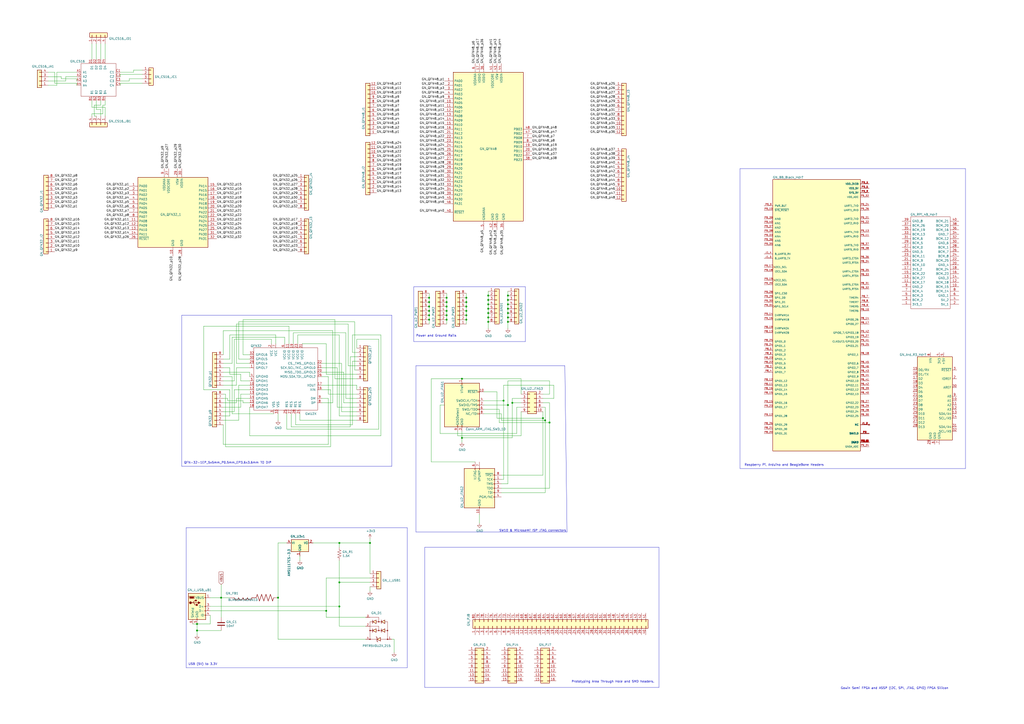
<source format=kicad_sch>
(kicad_sch (version 20230121) (generator eeschema)
  (paper "A2")
  (junction (at 294.64 176.53))
  (junction (at 259.08 185.42))
  (junction (at 248.92 185.42))
  (junction (at 128.27 346.71))
  (junction (at 270.51 172.72))
  (junction (at 189.23 354.33))
  (junction (at 248.92 172.72))
  (junction (at 248.92 175.26))
  (junction (at 294.64 186.69))
  (junction (at 248.92 182.88))
  (junction (at 283.21 173.99))
  (junction (at 316.23 243.84))
  (junction (at 292.1 232.41))
  (junction (at 259.08 180.34))
  (junction (at 270.51 185.42))
  (junction (at 214.63 314.96))
  (junction (at 259.08 177.8))
  (junction (at 161.29 346.71))
  (junction (at 114.3 365.76))
  (junction (at 270.51 175.26))
  (junction (at 196.85 351.79))
  (junction (at 314.96 242.57))
  (junction (at 270.51 180.34))
  (junction (at 294.64 171.45))
  (junction (at 283.21 171.45))
  (junction (at 259.08 175.26))
  (junction (at 283.21 181.61))
  (junction (at 267.97 219.71))
  (junction (at 318.77 245.11))
  (junction (at 259.08 182.88))
  (junction (at 248.92 180.34))
  (junction (at 297.18 233.68))
  (junction (at 114.3 361.95))
  (junction (at 270.51 177.8))
  (junction (at 248.92 177.8))
  (junction (at 294.64 173.99))
  (junction (at 294.64 181.61))
  (junction (at 283.21 179.07))
  (junction (at 283.21 184.15))
  (junction (at 283.21 186.69))
  (junction (at 196.85 314.96))
  (junction (at 294.64 179.07))
  (junction (at 270.51 182.88))
  (junction (at 294.64 234.95))
  (junction (at 196.85 337.82))
  (junction (at 267.97 254))
  (junction (at 283.21 176.53))
  (junction (at 259.08 172.72))
  (junction (at 294.64 184.15))
  (wire (pts (xy 270.51 182.88) (xy 270.51 185.42)))
  (wire (pts (xy 137.16 187.96) (xy 137.16 210.82)))
  (wire (pts (xy 219.71 196.85) (xy 207.01 196.85)))
  (wire (pts (xy 118.11 189.23) (xy 118.11 226.06)))
  (wire (pts (xy 175.26 199.39) (xy 189.23 199.39)))
  (polyline (pts (xy 236.22 387.35) (xy 236.22 306.07)))
  (wire (pts (xy 204.47 204.47) (xy 204.47 194.31)))
  (wire (pts (xy 294.64 171.45) (xy 294.64 173.99)))
  (wire (pts (xy 259.08 172.72) (xy 259.08 175.26)))
  (wire (pts (xy 283.21 181.61) (xy 283.21 184.15)))
  (wire (pts (xy 294.64 184.15) (xy 294.64 186.69)))
  (wire (pts (xy 290.83 240.03) (xy 290.83 243.84)))
  (wire (pts (xy 219.71 248.92) (xy 219.71 196.85)))
  (polyline (pts (xy 382.27 317.5) (xy 382.27 398.78)))
  (wire (pts (xy 129.54 257.81) (xy 129.54 246.38)))
  (wire (pts (xy 38.1 46.99) (xy 38.1 44.45)))
  (wire (pts (xy 172.72 194.31) (xy 196.85 194.31)))
  (wire (pts (xy 186.69 215.9) (xy 199.39 215.9)))
  (wire (pts (xy 248.92 172.72) (xy 248.92 175.26)))
  (polyline (pts (xy 240.03 166.37) (xy 304.8 166.37)))
  (wire (pts (xy 133.35 208.28) (xy 129.54 208.28)))
  (wire (pts (xy 128.27 346.71) (xy 128.27 358.14)))
  (wire (pts (xy 191.77 259.08) (xy 130.81 259.08)))
  (wire (pts (xy 27.94 46.99) (xy 38.1 46.99)))
  (polyline (pts (xy 241.3 212.09) (xy 327.66 212.09)))
  (wire (pts (xy 44.45 45.72) (xy 44.45 46.99)))
  (wire (pts (xy 132.08 232.41) (xy 132.08 231.14)))
  (wire (pts (xy 135.89 220.98) (xy 129.54 220.98)))
  (wire (pts (xy 204.47 246.38) (xy 204.47 209.55)))
  (wire (pts (xy 170.18 193.04) (xy 200.66 193.04)))
  (wire (pts (xy 205.74 214.63) (xy 207.01 214.63)))
  (wire (pts (xy 77.47 40.64) (xy 82.55 40.64)))
  (polyline (pts (xy 227.33 270.51) (xy 105.41 270.51)))
  (wire (pts (xy 193.04 191.77) (xy 193.04 233.68)))
  (wire (pts (xy 54.61 60.96) (xy 54.61 67.31)))
  (wire (pts (xy 214.63 337.82) (xy 196.85 337.82)))
  (wire (pts (xy 130.81 259.08) (xy 130.81 228.6)))
  (wire (pts (xy 204.47 209.55) (xy 207.01 209.55)))
  (wire (pts (xy 189.23 335.28) (xy 214.63 335.28)))
  (wire (pts (xy 280.67 227.33) (xy 288.29 227.33)))
  (wire (pts (xy 270.51 172.72) (xy 270.51 175.26)))
  (wire (pts (xy 121.92 351.79) (xy 196.85 351.79)))
  (polyline (pts (xy 304.8 198.12) (xy 240.03 198.12)))
  (wire (pts (xy 138.43 243.84) (xy 138.43 223.52)))
  (wire (pts (xy 280.67 237.49) (xy 289.56 237.49)))
  (polyline (pts (xy 382.27 398.78) (xy 246.38 398.78)))
  (polyline (pts (xy 105.41 182.88) (xy 227.33 182.88)))
  (wire (pts (xy 134.62 218.44) (xy 129.54 218.44)))
  (wire (pts (xy 288.29 227.33) (xy 288.29 242.57)))
  (wire (pts (xy 160.02 199.39) (xy 160.02 194.31)))
  (wire (pts (xy 190.5 257.81) (xy 129.54 257.81)))
  (wire (pts (xy 129.54 191.77) (xy 193.04 191.77)))
  (wire (pts (xy 248.92 170.18) (xy 248.92 172.72)))
  (wire (pts (xy 161.29 240.03) (xy 161.29 243.84)))
  (wire (pts (xy 203.2 247.65) (xy 203.2 207.01)))
  (polyline (pts (xy 429.26 271.78) (xy 429.26 97.79)))
  (wire (pts (xy 144.78 215.9) (xy 144.78 218.44)))
  (wire (pts (xy 228.6 370.84) (xy 228.6 378.46)))
  (wire (pts (xy 248.92 177.8) (xy 248.92 180.34)))
  (polyline (pts (xy 246.38 398.78) (xy 246.38 317.5)))
  (wire (pts (xy 294.64 186.69) (xy 294.64 190.5)))
  (wire (pts (xy 190.5 231.14) (xy 190.5 257.81)))
  (wire (pts (xy 203.2 207.01) (xy 207.01 207.01)))
  (wire (pts (xy 283.21 173.99) (xy 283.21 176.53)))
  (wire (pts (xy 321.31 223.52) (xy 292.1 223.52)))
  (wire (pts (xy 33.02 41.91) (xy 33.02 49.53)))
  (wire (pts (xy 207.01 196.85) (xy 207.01 201.93)))
  (wire (pts (xy 314.96 231.14) (xy 321.31 231.14)))
  (wire (pts (xy 121.92 354.33) (xy 189.23 354.33)))
  (wire (pts (xy 186.69 210.82) (xy 198.12 210.82)))
  (wire (pts (xy 207.01 243.84) (xy 173.99 243.84)))
  (wire (pts (xy 267.97 219.71) (xy 302.26 219.71)))
  (wire (pts (xy 161.29 370.84) (xy 212.09 370.84)))
  (wire (pts (xy 255.27 234.95) (xy 257.81 234.95)))
  (wire (pts (xy 134.62 240.03) (xy 134.62 218.44)))
  (wire (pts (xy 196.85 325.12) (xy 196.85 337.82)))
  (wire (pts (xy 158.75 240.03) (xy 134.62 240.03)))
  (wire (pts (xy 316.23 236.22) (xy 316.23 243.84)))
  (wire (pts (xy 316.23 285.75) (xy 290.83 285.75)))
  (wire (pts (xy 205.74 186.69) (xy 205.74 214.63)))
  (wire (pts (xy 214.63 312.42) (xy 214.63 314.96)))
  (wire (pts (xy 114.3 365.76) (xy 114.3 368.3)))
  (wire (pts (xy 265.43 250.19) (xy 265.43 252.73)))
  (wire (pts (xy 316.23 243.84) (xy 290.83 243.84)))
  (wire (pts (xy 207.01 238.76) (xy 198.12 238.76)))
  (polyline (pts (xy 240.03 198.12) (xy 240.03 166.37)))
  (wire (pts (xy 27.94 41.91) (xy 31.75 41.91)))
  (wire (pts (xy 259.08 185.42) (xy 259.08 187.96)))
  (wire (pts (xy 200.66 231.14) (xy 207.01 231.14)))
  (wire (pts (xy 267.97 254) (xy 267.97 256.54)))
  (polyline (pts (xy 227.33 182.88) (xy 227.33 270.51)))
  (wire (pts (xy 186.69 226.06) (xy 191.77 226.06)))
  (wire (pts (xy 128.27 339.09) (xy 128.27 346.71)))
  (wire (pts (xy 129.54 205.74) (xy 129.54 191.77)))
  (wire (pts (xy 140.97 205.74) (xy 144.78 205.74)))
  (wire (pts (xy 248.92 175.26) (xy 248.92 177.8)))
  (wire (pts (xy 144.78 208.28) (xy 138.43 208.28)))
  (wire (pts (xy 130.81 228.6) (xy 129.54 228.6)))
  (wire (pts (xy 255.27 251.46) (xy 255.27 234.95)))
  (wire (pts (xy 53.34 62.23) (xy 60.96 62.23)))
  (wire (pts (xy 270.51 180.34) (xy 270.51 182.88)))
  (wire (pts (xy 59.69 60.96) (xy 59.69 66.04)))
  (polyline (pts (xy 105.41 270.51) (xy 105.41 182.88)))
  (wire (pts (xy 294.64 173.99) (xy 294.64 176.53)))
  (wire (pts (xy 297.18 254) (xy 267.97 254)))
  (wire (pts (xy 294.64 234.95) (xy 294.64 280.67)))
  (wire (pts (xy 207.01 228.6) (xy 190.5 228.6)))
  (wire (pts (xy 302.26 252.73) (xy 302.26 238.76)))
  (wire (pts (xy 144.78 226.06) (xy 135.89 226.06)))
  (wire (pts (xy 137.16 231.14) (xy 144.78 231.14)))
  (wire (pts (xy 74.93 46.99) (xy 74.93 45.72)))
  (wire (pts (xy 196.85 363.22) (xy 196.85 351.79)))
  (wire (pts (xy 270.51 170.18) (xy 270.51 172.72)))
  (wire (pts (xy 160.02 194.31) (xy 133.35 194.31)))
  (wire (pts (xy 314.96 242.57) (xy 314.96 238.76)))
  (wire (pts (xy 129.54 236.22) (xy 139.7 236.22)))
  (polyline (pts (xy 304.8 166.37) (xy 304.8 198.12)))
  (wire (pts (xy 186.69 223.52) (xy 207.01 223.52)))
  (wire (pts (xy 248.92 180.34) (xy 248.92 182.88)))
  (wire (pts (xy 314.96 233.68) (xy 318.77 233.68)))
  (wire (pts (xy 137.16 223.52) (xy 129.54 223.52)))
  (wire (pts (xy 58.42 63.5) (xy 58.42 67.31)))
  (wire (pts (xy 195.58 213.36) (xy 186.69 213.36)))
  (wire (pts (xy 128.27 365.76) (xy 114.3 365.76)))
  (wire (pts (xy 193.04 233.68) (xy 186.69 233.68)))
  (wire (pts (xy 227.33 370.84) (xy 228.6 370.84)))
  (wire (pts (xy 292.1 232.41) (xy 292.1 278.13)))
  (wire (pts (xy 60.96 60.96) (xy 59.69 60.96)))
  (wire (pts (xy 133.35 217.17) (xy 133.35 213.36)))
  (wire (pts (xy 297.18 231.14) (xy 302.26 231.14)))
  (wire (pts (xy 220.98 194.31) (xy 220.98 252.73)))
  (wire (pts (xy 134.62 210.82) (xy 134.62 195.58)))
  (polyline (pts (xy 429.26 97.79) (xy 560.07 97.79)))
  (wire (pts (xy 207.01 236.22) (xy 195.58 236.22)))
  (wire (pts (xy 318.77 220.98) (xy 294.64 220.98)))
  (wire (pts (xy 134.62 195.58) (xy 165.1 195.58)))
  (wire (pts (xy 144.78 213.36) (xy 137.16 213.36)))
  (wire (pts (xy 35.56 45.72) (xy 44.45 45.72)))
  (wire (pts (xy 294.64 168.91) (xy 294.64 171.45)))
  (wire (pts (xy 33.02 49.53) (xy 27.94 49.53)))
  (wire (pts (xy 194.31 219.71) (xy 194.31 185.42)))
  (wire (pts (xy 190.5 228.6) (xy 190.5 218.44)))
  (wire (pts (xy 55.88 25.4) (xy 55.88 34.29)))
  (wire (pts (xy 283.21 179.07) (xy 283.21 181.61)))
  (wire (pts (xy 138.43 186.69) (xy 205.74 186.69)))
  (wire (pts (xy 137.16 213.36) (xy 137.16 223.52)))
  (polyline (pts (xy 241.3 308.61) (xy 241.3 212.09)))
  (wire (pts (xy 172.72 199.39) (xy 172.72 194.31)))
  (wire (pts (xy 196.85 314.96) (xy 196.85 317.5)))
  (wire (pts (xy 207.01 204.47) (xy 204.47 204.47)))
  (wire (pts (xy 289.56 237.49) (xy 289.56 245.11)))
  (wire (pts (xy 137.16 233.68) (xy 137.16 231.14)))
  (wire (pts (xy 280.67 240.03) (xy 290.83 240.03)))
  (wire (pts (xy 275.59 267.97) (xy 250.19 267.97)))
  (wire (pts (xy 135.89 196.85) (xy 135.89 220.98)))
  (wire (pts (xy 139.7 220.98) (xy 139.7 217.17)))
  (wire (pts (xy 199.39 215.9) (xy 199.39 233.68)))
  (polyline (pts (xy 246.38 317.5) (xy 382.27 317.5)))
  (wire (pts (xy 265.43 252.73) (xy 302.26 252.73)))
  (wire (pts (xy 316.23 243.84) (xy 316.23 285.75)))
  (wire (pts (xy 129.54 215.9) (xy 144.78 215.9)))
  (wire (pts (xy 54.61 67.31) (xy 55.88 67.31)))
  (wire (pts (xy 118.11 226.06) (xy 133.35 226.06)))
  (polyline (pts (xy 560.07 271.78) (xy 429.26 271.78)))
  (polyline (pts (xy 107.95 306.07) (xy 107.95 387.35)))
  (wire (pts (xy 280.67 234.95) (xy 294.64 234.95)))
  (wire (pts (xy 31.75 48.26) (xy 44.45 48.26)))
  (wire (pts (xy 189.23 217.17) (xy 207.01 217.17)))
  (wire (pts (xy 121.92 346.71) (xy 128.27 346.71)))
  (wire (pts (xy 270.51 177.8) (xy 270.51 180.34)))
  (wire (pts (xy 302.26 236.22) (xy 299.72 236.22)))
  (wire (pts (xy 248.92 185.42) (xy 248.92 187.96)))
  (wire (pts (xy 288.29 242.57) (xy 314.96 242.57)))
  (wire (pts (xy 27.94 44.45) (xy 35.56 44.45)))
  (wire (pts (xy 201.93 187.96) (xy 137.16 187.96)))
  (wire (pts (xy 314.96 275.59) (xy 290.83 275.59)))
  (wire (pts (xy 121.92 356.87) (xy 121.92 361.95)))
  (wire (pts (xy 144.78 220.98) (xy 139.7 220.98)))
  (wire (pts (xy 53.34 66.04) (xy 53.34 67.31)))
  (wire (pts (xy 289.56 245.11) (xy 318.77 245.11)))
  (polyline (pts (xy 236.22 306.07) (xy 107.95 306.07)))
  (wire (pts (xy 31.75 41.91) (xy 31.75 48.26)))
  (wire (pts (xy 200.66 193.04) (xy 200.66 231.14)))
  (wire (pts (xy 129.54 233.68) (xy 137.16 233.68)))
  (wire (pts (xy 133.35 226.06) (xy 133.35 241.3)))
  (wire (pts (xy 132.08 231.14) (xy 129.54 231.14)))
  (wire (pts (xy 129.54 243.84) (xy 138.43 243.84)))
  (wire (pts (xy 135.89 226.06) (xy 135.89 238.76)))
  (wire (pts (xy 297.18 231.14) (xy 297.18 233.68)))
  (wire (pts (xy 60.96 58.42) (xy 60.96 60.96)))
  (wire (pts (xy 133.35 346.71) (xy 128.27 346.71)))
  (wire (pts (xy 161.29 314.96) (xy 161.29 346.71)))
  (wire (pts (xy 77.47 41.91) (xy 77.47 40.64)))
  (wire (pts (xy 198.12 210.82) (xy 198.12 238.76)))
  (wire (pts (xy 189.23 358.14) (xy 212.09 358.14)))
  (wire (pts (xy 314.96 236.22) (xy 316.23 236.22)))
  (wire (pts (xy 44.45 48.26) (xy 44.45 49.53)))
  (wire (pts (xy 270.51 175.26) (xy 270.51 177.8)))
  (wire (pts (xy 181.61 314.96) (xy 196.85 314.96)))
  (wire (pts (xy 259.08 170.18) (xy 259.08 172.72)))
  (wire (pts (xy 299.72 236.22) (xy 299.72 251.46)))
  (wire (pts (xy 214.63 340.36) (xy 214.63 342.9)))
  (wire (pts (xy 204.47 194.31) (xy 220.98 194.31)))
  (wire (pts (xy 133.35 241.3) (xy 129.54 241.3)))
  (wire (pts (xy 121.92 361.95) (xy 114.3 361.95)))
  (wire (pts (xy 292.1 223.52) (xy 292.1 232.41)))
  (wire (pts (xy 259.08 182.88) (xy 259.08 185.42)))
  (wire (pts (xy 195.58 236.22) (xy 195.58 213.36)))
  (wire (pts (xy 140.97 185.42) (xy 140.97 205.74)))
  (wire (pts (xy 161.29 370.84) (xy 161.29 346.71)))
  (wire (pts (xy 196.85 337.82) (xy 196.85 351.79)))
  (wire (pts (xy 189.23 199.39) (xy 189.23 217.17)))
  (wire (pts (xy 173.99 243.84) (xy 173.99 240.03)))
  (wire (pts (xy 294.64 181.61) (xy 294.64 184.15)))
  (wire (pts (xy 191.77 226.06) (xy 191.77 259.08)))
  (wire (pts (xy 171.45 246.38) (xy 204.47 246.38)))
  (wire (pts (xy 196.85 241.3) (xy 207.01 241.3)))
  (wire (pts (xy 318.77 245.11) (xy 318.77 283.21)))
  (wire (pts (xy 173.99 322.58) (xy 173.99 325.12)))
  (wire (pts (xy 283.21 168.91) (xy 283.21 171.45)))
  (wire (pts (xy 248.92 182.88) (xy 248.92 185.42)))
  (wire (pts (xy 138.43 208.28) (xy 138.43 186.69)))
  (wire (pts (xy 166.37 248.92) (xy 219.71 248.92)))
  (wire (pts (xy 139.7 228.6) (xy 144.78 228.6)))
  (wire (pts (xy 270.51 185.42) (xy 270.51 187.96)))
  (wire (pts (xy 207.01 223.52) (xy 207.01 226.06)))
  (wire (pts (xy 53.34 58.42) (xy 53.34 62.23)))
  (wire (pts (xy 212.09 363.22) (xy 196.85 363.22)))
  (wire (pts (xy 283.21 171.45) (xy 283.21 173.99)))
  (wire (pts (xy 259.08 177.8) (xy 259.08 180.34)))
  (wire (pts (xy 167.64 189.23) (xy 118.11 189.23)))
  (wire (pts (xy 194.31 185.42) (xy 140.97 185.42)))
  (wire (pts (xy 189.23 335.28) (xy 189.23 354.33)))
  (wire (pts (xy 196.85 194.31) (xy 196.85 241.3)))
  (wire (pts (xy 58.42 58.42) (xy 58.42 60.96)))
  (wire (pts (xy 144.78 236.22) (xy 144.78 252.73)))
  (wire (pts (xy 44.45 41.91) (xy 33.02 41.91)))
  (wire (pts (xy 302.26 233.68) (xy 297.18 233.68)))
  (wire (pts (xy 55.88 58.42) (xy 55.88 63.5)))
  (wire (pts (xy 167.64 199.39) (xy 167.64 189.23)))
  (wire (pts (xy 157.48 199.39) (xy 157.48 196.85)))
  (wire (pts (xy 168.91 247.65) (xy 203.2 247.65)))
  (wire (pts (xy 314.96 228.6) (xy 318.77 228.6)))
  (wire (pts (xy 318.77 283.21) (xy 290.83 283.21)))
  (wire (pts (xy 59.69 66.04) (xy 53.34 66.04)))
  (wire (pts (xy 165.1 195.58) (xy 165.1 199.39)))
  (polyline (pts (xy 560.07 97.79) (xy 560.07 271.78)))
  (wire (pts (xy 294.64 176.53) (xy 294.64 179.07)))
  (wire (pts (xy 283.21 176.53) (xy 283.21 179.07)))
  (wire (pts (xy 278.13 298.45) (xy 278.13 303.53)))
  (wire (pts (xy 186.69 231.14) (xy 190.5 231.14)))
  (wire (pts (xy 166.37 314.96) (xy 161.29 314.96)))
  (wire (pts (xy 135.89 238.76) (xy 129.54 238.76)))
  (wire (pts (xy 297.18 233.68) (xy 297.18 254)))
  (wire (pts (xy 321.31 231.14) (xy 321.31 223.52)))
  (wire (pts (xy 38.1 44.45) (xy 44.45 44.45)))
  (wire (pts (xy 133.35 194.31) (xy 133.35 208.28)))
  (wire (pts (xy 294.64 280.67) (xy 290.83 280.67)))
  (wire (pts (xy 267.97 254) (xy 267.97 250.19)))
  (wire (pts (xy 196.85 314.96) (xy 214.63 314.96)))
  (wire (pts (xy 74.93 45.72) (xy 82.55 45.72)))
  (wire (pts (xy 60.96 62.23) (xy 60.96 67.31)))
  (wire (pts (xy 314.96 242.57) (xy 314.96 275.59)))
  (wire (pts (xy 283.21 186.69) (xy 283.21 190.5)))
  (wire (pts (xy 207.01 219.71) (xy 194.31 219.71)))
  (wire (pts (xy 190.5 218.44) (xy 186.69 218.44)))
  (wire (pts (xy 168.91 240.03) (xy 168.91 247.65)))
  (wire (pts (xy 171.45 240.03) (xy 171.45 246.38)))
  (wire (pts (xy 140.97 233.68) (xy 140.97 232.41)))
  (wire (pts (xy 133.35 213.36) (xy 129.54 213.36)))
  (wire (pts (xy 60.96 25.4) (xy 60.96 34.29)))
  (wire (pts (xy 299.72 251.46) (xy 255.27 251.46)))
  (wire (pts (xy 139.7 236.22) (xy 139.7 228.6)))
  (wire (pts (xy 157.48 196.85) (xy 135.89 196.85)))
  (wire (pts (xy 250.19 267.97) (xy 250.19 219.71)))
  (wire (pts (xy 250.19 219.71) (xy 267.97 219.71)))
  (wire (pts (xy 292.1 278.13) (xy 290.83 278.13)))
  (wire (pts (xy 58.42 34.29) (xy 58.42 25.4)))
  (polyline (pts (xy 107.95 387.35) (xy 236.22 387.35)))
  (wire (pts (xy 214.63 314.96) (xy 214.63 332.74)))
  (wire (pts (xy 69.85 43.18) (xy 69.85 44.45)))
  (wire (pts (xy 69.85 46.99) (xy 74.93 46.99)))
  (wire (pts (xy 144.78 233.68) (xy 140.97 233.68)))
  (wire (pts (xy 318.77 228.6) (xy 318.77 220.98)))
  (wire (pts (xy 302.26 219.71) (xy 302.26 228.6)))
  (wire (pts (xy 166.37 240.03) (xy 166.37 248.92)))
  (wire (pts (xy 129.54 210.82) (xy 134.62 210.82)))
  (wire (pts (xy 259.08 175.26) (xy 259.08 177.8)))
  (wire (pts (xy 294.64 179.07) (xy 294.64 181.61)))
  (wire (pts (xy 82.55 48.26) (xy 69.85 48.26)))
  (wire (pts (xy 139.7 217.17) (xy 133.35 217.17)))
  (wire (pts (xy 137.16 210.82) (xy 144.78 210.82)))
  (wire (pts (xy 35.56 44.45) (xy 35.56 45.72)))
  (wire (pts (xy 259.08 180.34) (xy 259.08 182.88)))
  (wire (pts (xy 69.85 48.26) (xy 69.85 49.53)))
  (wire (pts (xy 201.93 212.09) (xy 201.93 187.96)))
  (wire (pts (xy 207.01 233.68) (xy 199.39 233.68)))
  (wire (pts (xy 55.88 63.5) (xy 58.42 63.5)))
  (wire (pts (xy 114.3 361.95) (xy 114.3 365.76)))
  (wire (pts (xy 53.34 34.29) (xy 53.34 25.4)))
  (wire (pts (xy 144.78 252.73) (xy 220.98 252.73)))
  (wire (pts (xy 138.43 223.52) (xy 144.78 223.52)))
  (wire (pts (xy 280.67 232.41) (xy 292.1 232.41)))
  (wire (pts (xy 111.76 361.95) (xy 114.3 361.95)))
  (wire (pts (xy 294.64 220.98) (xy 294.64 234.95)))
  (wire (pts (xy 140.97 232.41) (xy 132.08 232.41)))
  (polyline (pts (xy 328.93 308.61) (xy 241.3 308.61)))
  (wire (pts (xy 170.18 199.39) (xy 170.18 193.04)))
  (wire (pts (xy 58.42 60.96) (xy 54.61 60.96)))
  (polyline (pts (xy 327.66 212.09) (xy 328.93 308.61)))
  (wire (pts (xy 69.85 41.91) (xy 77.47 41.91)))
  (wire (pts (xy 207.01 212.09) (xy 201.93 212.09)))
  (wire (pts (xy 318.77 233.68) (xy 318.77 245.11)))
  (wire (pts (xy 82.55 43.18) (xy 69.85 43.18)))
  (wire (pts (xy 283.21 184.15) (xy 283.21 186.69)))
  (wire (pts (xy 189.23 354.33) (xy 189.23 358.14)))
  (text "QFN-32-1EP_5x5mm_P0.5mm_EP3.6x3.6mm TO DIP" (at 106.68 269.24 0) (effects (font (size 1.27 1.27)) (justify left bottom)))
  (text "Raspberry Pi, Arduino and BeagleBone Headers" (at 431.8 270.51 0) (effects (font (size 1.27 1.27)) (justify left bottom)))
  (text "USB (5V) to 3.3V" (at 109.22 386.08 0) (effects (font (size 1.27 1.27)) (justify left bottom)))
  (text "Prototyping Area Through Hole and SMD headers." (at 331.47 396.24 0) (effects (font (size 1.27 1.27)) (justify left bottom)))
  (text "Power and Ground Rails\n" (at 241.3 195.58 0) (effects (font (size 1.27 1.27)) (justify left bottom)))
  (text "Gowin Semi FPGA and ASSP (I2C, SPI, JTAG, GPIO) FPGA Silicon" (at 487.68 400.05 0) (effects (font (size 1.27 1.27)) (justify left bottom)))
  (text "SW10 & Microsemi ISP JTAG connectors" (at 289.56 308.61 0) (effects (font (size 1.27 1.27)) (justify left bottom)))
  (label "GN_QFN48_p8" (at 218.44 59.69 0))
  (label "GN_QFN48_p47" (at 356.87 113.03 180))
  (label "GN_QFN32_p21" (at 125.73 123.19 0))
  (label "GN_QFN48_p25" (at 356.87 49.53 180))
  (label "GN_QFN48_p37" (at 308.61 90.17 0))
  (label "GN_QFN32_p17" (at 125.73 113.03 0))
  (label "GN_QFN48_p20" (at 218.44 93.98 0))
  (label "GN_QFN32_p24" (at 172.72 146.05 180))
  (label "GN_QFN48_p11" (at 257.81 62.23 180))
  (label "GN_QFN32_p12" (at 74.93 130.81 180))
  (label "GN_QFN48_p14" (at 257.81 69.85 180))
  (label "GN_QFN32_p13" (at 74.93 133.35 180))
  (label "GN_QFN48_p39" (at 257.81 113.03 180))
  (label "GN_QFN48_p2" (at 257.81 49.53 180))
  (label "GN_QFN48_p24" (at 218.44 83.82 0))
  (label "GN_QFN48_p23" (at 218.44 86.36 0))
  (label "GN_QFN32_p15" (at 31.75 130.81 0))
  (label "GN_QFN32_p31" (at 125.73 135.89 0))
  (label "GN_QFN48_p16" (at 218.44 104.14 0))
  (label "GN_QFN48_p32" (at 356.87 67.31 180))
  (label "GN_QFN48_p43" (at 288.29 36.83 90))
  (label "GN_QFN32_p3" (at 74.93 113.03 180))
  (label "GN_QFN32_p32" (at 172.72 120.65 180))
  (label "GN_QFN32_p18" (at 125.73 115.57 0))
  (label "GN_QFN48_p9" (at 218.44 57.15 0))
  (label "GN_QFN48_p29" (at 257.81 97.79 180))
  (label "GN_QFN48_p30" (at 356.87 62.23 180))
  (label "GN_QFN32_p8" (at 74.93 125.73 180))
  (label "GN_QFN48_p22" (at 257.81 80.01 180))
  (label "GN_QFN32_p2" (at 31.75 118.11 0))
  (label "GN_QFN48_p35" (at 356.87 74.93 180))
  (label "GN_QFN48_p29" (at 356.87 59.69 180))
  (label "GN_QFN32_p23" (at 172.72 143.51 180))
  (label "GN_QFN48_p3" (at 257.81 52.07 180))
  (label "GN_QFN48_p42" (at 285.75 133.35 270))
  (label "GN_QFN48_p28" (at 356.87 57.15 180))
  (label "GN_QFN32_p10" (at 100.33 148.59 270))
  (label "GN_QFN32_p31" (at 172.72 118.11 180))
  (label "GN_QFN48_p17" (at 218.44 101.6 0))
  (label "GN_QFN48_p35" (at 292.1 133.35 270))
  (label "GN_QFN32_p22" (at 172.72 140.97 180))
  (label "GN_QFN48_p5" (at 218.44 67.31 0))
  (label "GN_QFN48_p34" (at 257.81 110.49 180))
  (label "GN_QFN32_p20" (at 172.72 135.89 180))
  (label "GN_QFN48_p44" (at 290.83 36.83 90))
  (label "GN_QFN48_p6" (at 218.44 64.77 0))
  (label "GN_QFN32_p18" (at 172.72 130.81 180))
  (label "GN_QFN48_p40" (at 356.87 95.25 180))
  (label "GN_QFN32_p25" (at 172.72 102.87 180))
  (label "GN_QFN48_p42" (at 356.87 100.33 180))
  (label "GN_QFN48_p36" (at 280.67 36.83 90))
  (label "GN_QFN48_p21" (at 218.44 91.44 0))
  (label "GN_QFN48_p23" (at 257.81 82.55 180))
  (label "GN_QFN32_p29" (at 102.87 97.79 90))
  (label "GN_QFN48_p15" (at 218.44 106.68 0))
  (label "GN_QFN32_p4" (at 31.75 113.03 0))
  (label "GN_QFN48_p32" (at 257.81 105.41 180))
  (label "GN_QFN48_p10" (at 218.44 54.61 0))
  (label "GN_QFN48_p48" (at 308.61 74.93 0))
  (label "GN_QFN32_p10" (at 31.75 143.51 0))
  (label "GN_QFN48_p38" (at 308.61 92.71 0))
  (label "GN_QFN48_p15" (at 257.81 72.39 180))
  (label "GN_QFN48_p31" (at 257.81 102.87 180))
  (label "GN_QFN32_p16" (at 31.75 128.27 0))
  (label "GN_QFN48_p13" (at 218.44 111.76 0))
  (label "GN_QFN48_p10" (at 257.81 59.69 180))
  (label "GN_QFN32_p3" (at 31.75 115.57 0))
  (label "GN_QFN48_p16" (at 257.81 74.93 180))
  (label "GN_QFN48_p46" (at 356.87 110.49 180))
  (label "GN_QFN32_p6" (at 74.93 120.65 180))
  (label "GN_QFN32_p9" (at 95.25 97.79 90))
  (label "GN_QFN48_p6" (at 275.59 36.83 90))
  (label "GN_QFN48_p18" (at 288.29 133.35 270))
  (label "GN_QFN32_p30" (at 172.72 115.57 180))
  (label "GN_QFN48_p1" (at 257.81 46.99 180))
  (label "GN_QFN32_p11" (at 74.93 128.27 180))
  (label "GN_QFN48_p47" (at 308.61 77.47 0))
  (label "GN_QFN32_p7" (at 74.93 123.19 180))
  (label "GN_QFN32_p12" (at 31.75 138.43 0))
  (label "GN_QFN48_p12" (at 257.81 64.77 180))
  (label "GN_QFN48_p14" (at 218.44 109.22 0))
  (label "GN_QFN32_p22" (at 125.73 125.73 0))
  (label "GN_QFN32_p11" (at 31.75 140.97 0))
  (label "GN_QFN48_p11" (at 218.44 52.07 0))
  (label "GN_QFN48_p33" (at 257.81 107.95 180))
  (label "GN_QFN48_p2" (at 218.44 74.93 0))
  (label "GN_QFN32_p15" (at 125.73 107.95 0))
  (label "GN_QFN32_p7" (at 31.75 105.41 0))
  (label "GN_QFN48_p43" (at 356.87 102.87 180))
  (label "GN_QFN48_p44" (at 356.87 105.41 180))
  (label "GN_QFN48_p34" (at 356.87 72.39 180))
  (label "GN_QFN48_p45" (at 356.87 107.95 180))
  (label "GN_QFN32_p4" (at 74.93 115.57 180))
  (label "GN_QFN32_p25" (at 125.73 133.35 0))
  (label "GN_QFN48_p26" (at 257.81 90.17 180))
  (label "GN_QFN32_p16" (at 125.73 110.49 0))
  (label "GN_QFN32_p21" (at 172.72 138.43 180))
  (label "GN_QFN48_p39" (at 356.87 92.71 180))
  (label "GN_QFN32_p14" (at 74.93 135.89 180))
  (label "GN_QFN32_p17" (at 172.72 128.27 180))
  (label "GN_QFN48_p38" (at 356.87 90.17 180))
  (label "GN_QFN32_p29" (at 172.72 113.03 180))
  (label "GN_QFN32_p27" (at 97.79 97.79 90))
  (label "GN_QFN48_p22" (at 218.44 88.9 0))
  (label "GN_QFN32_p20" (at 125.73 120.65 0))
  (label "GN_QFN48_p41" (at 356.87 97.79 180))
  (label "GN_QFN48_p41" (at 285.75 36.83 90))
  (label "GN_QFN32_p26" (at 172.72 105.41 180))
  (label "GN_QFN48_p30" (at 257.81 100.33 180))
  (label "GN_QFN48_p45" (at 257.81 115.57 180))
  (label "GN_QFN48_p4" (at 218.44 69.85 0))
  (label "GN_QFN32_p13" (at 31.75 135.89 0))
  (label "GN_QFN48_p26" (at 356.87 52.07 180))
  (label "GN_QFN48_p21" (at 257.81 77.47 180))
  (label "GN_QFN48_p3" (at 218.44 72.39 0))
  (label "GN_QFN48_p48" (at 356.87 115.57 180))
  (label "GN_QFN48_p27" (at 257.81 92.71 180))
  (label "GN_QFN48_p9" (at 257.81 57.15 180))
  (label "GN_QFN32_p19" (at 172.72 133.35 180))
  (label "GN_QFN48_p20" (at 308.61 87.63 0))
  (label "GN_QFN48_p28" (at 257.81 95.25 180))
  (label "GN_QFN32_p23" (at 125.73 128.27 0))
  (label "GN_QFN48_p27" (at 356.87 54.61 180))
  (label "GN_QFN48_p25" (at 257.81 87.63 180))
  (label "GN_QFN48_p46" (at 257.81 118.11 180))
  (label "GN_QFN48_p12" (at 218.44 49.53 0))
  (label "GN_QFN48_p19" (at 308.61 85.09 0))
  (label "GN_QFN32_p28" (at 172.72 110.49 180))
  (label "GN_QFN48_p18" (at 218.44 99.06 0))
  (label "GN_QFN32_p27" (at 172.72 107.95 180))
  (label "GN_QFN48_p7" (at 218.44 62.23 0))
  (label "GN_QFN32_p5" (at 31.75 110.49 0))
  (label "GN_QFN32_p2" (at 74.93 110.49 180))
  (label "GN_QFN48_p31" (at 356.87 64.77 180))
  (label "GN_QFN48_p7" (at 308.61 80.01 0))
  (label "GN_QFN48_p24" (at 257.81 85.09 180))
  (label "GN_QFN48_p1" (at 218.44 77.47 0))
  (label "GN_QFN32_p26" (at 74.93 138.43 180))
  (label "GN_QFN48_p40" (at 257.81 123.19 180))
  (label "GN_QFN48_p4" (at 257.81 54.61 180))
  (label "GN_QFN32_p14" (at 31.75 133.35 0))
  (label "GN_QFN32_p32" (at 125.73 138.43 0))
  (label "GN_QFN32_p9" (at 31.75 146.05 0))
  (label "GN_QFN32_p24" (at 125.73 130.81 0))
  (label "GN_QFN32_p5" (at 74.93 118.11 180))
  (label "GN_QFN32_p1" (at 74.93 107.95 180))
  (label "GN_QFN48_p8" (at 308.61 82.55 0))
  (label "GN_QFN48_p17" (at 278.13 36.83 90))
  (label "GN_QFN32_p19" (at 125.73 118.11 0))
  (label "GN_QFN48_p36" (at 356.87 77.47 180))
  (label "GN_QFN32_p6" (at 31.75 107.95 0))
  (label "GN_QFN32_p1" (at 31.75 120.65 0))
  (label "GN_QFN48_p33" (at 356.87 69.85 180))
  (label "GN_QFN48_p13" (at 257.81 67.31 180))
  (label "GN_QFN48_p37" (at 356.87 87.63 180))
  (label "GN_QFN48_p19" (at 218.44 96.52 0))
  (label "GN_QFN32_p28" (at 105.41 148.59 270))
  (label "GN_QFN48_p5" (at 280.67 133.35 270))
  (label "GN_QFN32_p30" (at 105.41 97.79 90))
  (label "GN_QFN32_p8" (at 31.75 102.87 0))
  (global_label "VBUS" (shape input) (at 128.27 339.09 90) (property "Intersheetrefs" "${INTERSHEET_REFS}" (effects hide)))
  (symbol (lib_id "MCU_Module:Arduino_UNO_R3") (at 542.29 229.87 0) (unit 1)
    (property "Reference" "GN_Ard_R3_Hdr?" (at 529.59 205.74 0))
    (property "Value" "Arduino_UNO_R3" (effects hide))
    (property "Footprint" "Module:Arduino_UNO_R3" (effects hide))
    (property "Datasheet" "https://www.arduino.cc/en/Main/arduinoBoardUno" (effects hide))
    (instances (project "FPGAs-Ard_RPi_BB" (path "" (reference "GN_Ard_R3_Hdr?") (unit 1)) (path "" (reference "GN_Ard_R3_Hdr1") (unit 1)) (path "" (reference "GN_Ard_R3_Hdr?") (unit 1)) (path "" (reference "GN_Ard_R3_Hdr?") (unit 1))))
  )
  (symbol (lib_id "FPGAs-Ard_RPi_BB-rescue:RASPBERRY_PI_4B_+_Samtec_ESP-120-33-G-D-RASPBERRY_PI_4B_+_Samtec_ESP-1") (at 523.24 128.27 0) (unit 1)
    (property "Reference" "GN_RPi_4B_Hdr?" (at 535.94 124.46 0))
    (property "Value" "RASPBERRY_PI_4B_+_Samtec_ESP-120-33-G-D" (effects hide))
    (property "Footprint" "RASPBERRY_PI_4B_+_Samtec_ESP-1:RASPBERRYPI4B4GB" (effects hide))
    (property "Datasheet" "https://www.raspberrypi.org/documentation/hardware/raspberrypi/mechanical/rpi_MECH_4b_4p0.pdf" (effects hide))
    (property "Description" "RASPBERRY PI 4 MODEL B with Samtec ESP-120-33-G-D connector drawn from underneath for use as a plug in module." (effects hide))
    (property "Height" "24.3" (effects hide))
    (property "Manufacturer_Name" "RASPBERRY-PI" (effects hide))
    (property "Manufacturer_Part_Number" "RASPBERRY PI 4B + Samtec ESP-120-33-G-D" (effects hide))
    (instances (project "FPGAs-Ard_RPi_BB" (path "" (reference "GN_RPi_4B_Hdr?") (unit 1)) (path "" (reference "GN_RPi_4B_Hdr1") (unit 1)) (path "" (reference "GN_RPi_4B_Hdr?") (unit 1)) (path "" (reference "GN_RPi_4B_Hdr?") (unit 1))))
  )
  (symbol (lib_id "FPGAs-Ard_RPi_BB-rescue:BEAGLEBONEBLACK-BEAGLEBONEBLACK") (at 473.71 182.88 0) (unit 1)
    (property "Reference" "GN_BB_Black_Hdr?" (at 457.2 102.87 0))
    (property "Value" "BEAGLEBONEBLACK" (effects hide))
    (property "Footprint" "BEAGLEBONEBLACK:MODULE_BEAGLEBONEBLACK" (effects hide))
    (property "MANUFACTURER" "Bearings Limited" (effects hide))
    (property "MAXIMUM_PACKAGE_HEIGHT" "4.76 mm" (effects hide))
    (property "PARTREV" "C" (effects hide))
    (property "STANDARD" "Manufacturer Recommendations" (effects hide))
    (instances (project "FPGAs-Ard_RPi_BB" (path "" (reference "GN_BB_Black_Hdr?") (unit 1)) (path "" (reference "GN_BB_Black_Hdr1") (unit 1)) (path "" (reference "GN_BB_Black_Hdr?") (unit 1)) (path "" (reference "GN_BB_Black_Hdr?") (unit 1))))
  )
  (symbol (lib_id "BLM03AX102SN1D:BLM03AX102SN1D") (at 148.59 346.71 0) (unit 1)
    (property "Reference" "GN_FB1" (at 134.62 344.17 0))
    (property "Value" "BLM03AX102SN1D" (at 140.97 347.98 0))
    (property "Footprint" "BLM03AX102SN1D:BEADC0603X33N" (effects hide))
    (instances (project "FPGAs-Ard_RPi_BB" (path "" (reference "GN_FB1") (unit 1)) (path "" (reference "GN_FB?") (unit 1))))
  )
  (symbol (lib_id "Connector:USB_B_Micro") (at 114.3 351.79 0) (unit 1)
    (property "Reference" "GN_J_USB_uB?" (at 115.7478 342.265 0))
    (property "Value" "USB_B_Micro" (effects hide))
    (property "Footprint" "Connector_USB:USB_Micro-B_Molex-105017-0001" (effects hide))
    (instances (project "FPGAs-Ard_RPi_BB" (path "" (reference "GN_J_USB_uB1") (unit 1)) (path "" (reference "GN_J_USB_uB?") (unit 1))))
  )
  (symbol (lib_id "power:GND") (at 114.3 368.3 0) (unit 1)
    (property "Reference" "#PWR?" (effects hide))
    (property "Value" "GND" (at 114.427 372.6942 0))
    (instances (project "FPGAs-Ard_RPi_BB" (path "" (reference "#PWR012") (unit 1)) (path "" (reference "#PWR?") (unit 1))))
  )
  (symbol (lib_id "Device:R_US") (at 196.85 321.31 0) (unit 1)
    (property "Reference" "GN_R1" (at 198.5772 320.1416 0) (effects (justify left)))
    (property "Value" "1.5K" (at 198.5772 322.453 0) (effects (justify left)))
    (property "Footprint" "Resistor_SMD:R_0805_2012Metric_Pad1.20x1.40mm_HandSolder" (effects hide))
  )
  (symbol (lib_id "PRTR5V0U2X_215:PRTR5V0U2X,215") (at 219.71 365.76 90) (unit 1)
    (property "Reference" "GN_D1" (at 218.44 355.6 90))
    (property "Value" "PRTR5V0U2X,215" (at 218.44 374.65 90))
    (property "Footprint" "SOT143B" (effects hide))
  )
  (symbol (lib_id "power:GND") (at 228.6 378.46 0) (unit 1)
    (property "Reference" "#PWR?" (effects hide))
    (property "Value" "GND" (at 228.727 382.8542 0))
    (instances (project "FPGAs-Ard_RPi_BB" (path "" (reference "#PWR017") (unit 1)) (path "" (reference "#PWR?") (unit 1))))
  )
  (symbol (lib_id "Regulator_Linear:AMS1117CS-3.3") (at 173.99 314.96 0) (unit 1)
    (property "Reference" "GN_U3v1" (at 172.72 311.15 0))
    (property "Value" "AMS1117CS-3.3" (at 167.64 326.39 90))
    (property "Footprint" "Package_SO:SOIC-8_3.9x4.9mm_P1.27mm" (effects hide))
    (property "Datasheet" "http://www.advanced-monolithic.com/pdf/ds1117.pdf" (effects hide))
  )
  (symbol (lib_id "power:GND") (at 173.99 325.12 0) (unit 1)
    (property "Reference" "#PWR?" (effects hide))
    (property "Value" "GND" (at 174.117 329.5142 0))
    (instances (project "FPGAs-Ard_RPi_BB" (path "" (reference "#PWR014") (unit 1)) (path "" (reference "#PWR?") (unit 1))))
  )
  (symbol (lib_id "Connector_Generic:Conn_01x04") (at 219.71 335.28 0) (unit 1)
    (property "Reference" "GN_J_USB1" (at 221.742 336.6516 0) (effects (justify left)))
    (property "Value" "Conn_01x04" (effects hide))
    (property "Footprint" "Connector_PinHeader_2.54mm:PinHeader_1x04_P2.54mm_Vertical" (effects hide))
  )
  (symbol (lib_id "Device:C") (at 128.27 361.95 0) (unit 1)
    (property "Reference" "GN_C1" (at 131.191 360.7816 0) (effects (justify left)))
    (property "Value" "10nF" (at 131.191 363.093 0) (effects (justify left)))
    (property "Footprint" "Capacitor_SMD:C_0805_2012Metric_Pad1.18x1.45mm_HandSolder" (effects hide))
  )
  (symbol (lib_id "power:GND") (at 214.63 342.9 0) (unit 1)
    (property "Reference" "#PWR?" (effects hide))
    (property "Value" "GND" (at 214.757 347.2942 0))
    (instances (project "FPGAs-Ard_RPi_BB" (path "" (reference "#PWR016") (unit 1)) (path "" (reference "#PWR?") (unit 1))))
  )
  (symbol (lib_id "Connector_Generic:Conn_01x08") (at 124.46 215.9 180) (unit 1)
    (property "Reference" "QFN32_p1" (at 121.92 219.71 90))
    (property "Value" "Conn_01x08" (effects hide))
    (property "Footprint" "Connector_PinHeader_2.54mm:PinHeader_1x08_P2.54mm_Vertical" (effects hide))
  )
  (symbol (lib_id "Connector_Generic:Conn_01x08") (at 124.46 238.76 180) (unit 1)
    (property "Reference" "QFN32_p9" (at 121.92 242.57 90))
    (property "Value" "Conn_01x08" (effects hide))
    (property "Footprint" "Connector_PinHeader_2.54mm:PinHeader_1x08_P2.54mm_Vertical" (effects hide))
  )
  (symbol (lib_id "Connector_Generic:Conn_01x08") (at 212.09 233.68 0) (unit 1)
    (property "Reference" "QFN32_p25" (at 214.63 229.87 90))
    (property "Value" "Conn_01x08" (effects hide))
    (property "Footprint" "Connector_PinHeader_2.54mm:PinHeader_1x08_P2.54mm_Vertical" (effects hide))
  )
  (symbol (lib_id "Connector_Generic:Conn_01x08") (at 212.09 209.55 0) (unit 1)
    (property "Reference" "QFN32_p17" (at 214.63 205.74 90))
    (property "Value" "Conn_01x08" (effects hide))
    (property "Footprint" "Connector_PinHeader_2.54mm:PinHeader_1x08_P2.54mm_Vertical" (effects hide))
  )
  (symbol (lib_id "FPGAs-Ard_RPi_BB-rescue:GWU2X-gowin_fpga") (at 165.1 219.71 0) (unit 1)
    (property "Reference" "QFN32" (at 148.59 200.66 0))
    (property "Value" "GWU2X" (at 180.34 240.03 0))
    (property "Footprint" "Package_DFN_QFN:QFN-32-1EP_5x5mm_P0.5mm_EP3.6x3.6mm" (effects hide))
  )
  (symbol (lib_id "Softgalaxy_Library:GW1NZ") (at 57.15 46.99 0) (unit 1)
    (property "Reference" "GN_CS16" (at 40.64 35.56 0) (effects (justify left)))
    (property "Value" "GW1NZ" (effects hide))
    (property "Footprint" "Softgalaxy_Footprints:CS16" (effects hide))
  )
  (symbol (lib_id "MCU_Microchip_SAML:ATSAML21E18B-MUT") (at 100.33 123.19 0) (unit 1)
    (property "Reference" "GN_QFN32_1" (at 99.06 124.46 0))
    (property "Value" "ATSAML21E18B-MUT" (effects hide))
    (property "Footprint" "Softgalaxy_Footprints:FN32" (effects hide))
    (property "Datasheet" "http://ww1.microchip.com/downloads/en/DeviceDoc/60001477A.pdf" (effects hide))
  )
  (symbol (lib_id "MCU_Microchip_SAML:ATSAML21G18B-MUT") (at 283.21 85.09 0) (unit 1)
    (property "Reference" "GN_QFN48" (at 283.21 86.36 0))
    (property "Value" "ATSAML21G18B-MUT" (effects hide))
    (property "Footprint" "Softgalaxy_Footprints:QN48" (effects hide))
    (property "Datasheet" "http://ww1.microchip.com/downloads/en/DeviceDoc/60001477A.pdf" (effects hide))
  )
  (symbol (lib_id "Connector_Generic:Conn_01x08") (at 243.84 180.34 180) (unit 1)
    (property "Reference" "GN_U2_PWR1" (at 241.3 184.15 90))
    (property "Value" "Conn_01x08" (effects hide))
    (property "Footprint" "Connector_PinHeader_2.54mm:PinHeader_1x08_P2.54mm_Vertical" (effects hide))
  )
  (symbol (lib_id "Connector_Generic:Conn_01x08") (at 288.29 176.53 0) (unit 1)
    (property "Reference" "GN_U2_GND1" (at 290.83 181.61 90))
    (property "Value" "Conn_01x08" (effects hide))
    (property "Footprint" "Connector_PinHeader_2.54mm:PinHeader_1x08_P2.54mm_Vertical" (effects hide))
  )
  (symbol (lib_id "power:GND") (at 283.21 190.5 0) (unit 1)
    (property "Reference" "#PWR?" (effects hide))
    (property "Value" "GND" (at 283.337 194.8942 0))
    (instances (project "FPGAs-Ard_RPi_BB" (path "" (reference "#PWR020") (unit 1)) (path "" (reference "#PWR?") (unit 1))))
  )
  (symbol (lib_id "Connector_Generic:Conn_01x04") (at 55.88 20.32 90) (unit 1)
    (property "Reference" "GN_CS16_JD1" (at 63.1952 22.4028 90) (effects (justify right)))
    (property "Value" "Conn_01x04" (effects hide))
    (property "Footprint" "Connector_PinHeader_1.27mm:PinHeader_1x04_P1.27mm_Vertical" (effects hide))
  )
  (symbol (lib_id "power:+3V3") (at 214.63 312.42 0) (unit 1)
    (property "Reference" "#PWR?" (effects hide))
    (property "Value" "+3V3" (at 215.011 308.0258 0))
    (instances (project "FPGAs-Ard_RPi_BB" (path "" (reference "#PWR015") (unit 1)) (path "" (reference "#PWR?") (unit 1))))
  )
  (symbol (lib_id "Connector_Generic:Conn_01x04") (at 87.63 43.18 0) (unit 1)
    (property "Reference" "GN_CS16_JC1" (at 89.662 44.5516 0) (effects (justify left)))
    (property "Value" "Conn_01x04" (effects hide))
    (property "Footprint" "Connector_PinHeader_1.27mm:PinHeader_1x04_P1.27mm_Vertical" (effects hide))
  )
  (symbol (lib_id "Connector_Generic:Conn_01x04") (at 22.86 46.99 180) (unit 1)
    (property "Reference" "GN_CS16_JA1" (at 24.9428 38.5318 0))
    (property "Value" "Conn_01x04" (effects hide))
    (property "Footprint" "Connector_PinHeader_1.27mm:PinHeader_1x04_P1.27mm_Vertical" (effects hide))
  )
  (symbol (lib_id "Connector:Conn_ARM_JTAG_SWD_10") (at 267.97 234.95 0) (unit 1)
    (property "Reference" "GN_U2_JTAG1" (at 256.54 220.98 90) (effects (justify right)))
    (property "Value" "Conn_ARM_JTAG_SWD_10" (at 293.37 248.92 0) (effects (justify right)))
    (property "Footprint" "JTAG_Connector:Tag-Connect_TC2050-IDC-FP_2x05_P1.27mm_Vertical" (effects hide))
    (property "Datasheet" "http://infocenter.arm.com/help/topic/com.arm.doc.ddi0314h/DDI0314H_coresight_components_trm.pdf" (effects hide))
  )
  (symbol (lib_id "Connector_Generic:Conn_01x04") (at 58.42 72.39 270) (unit 1)
    (property "Reference" "GN_CS16_JB1" (at 62.992 70.3072 90) (effects (justify left)))
    (property "Value" "Conn_01x04" (effects hide))
    (property "Footprint" "Connector_PinHeader_1.27mm:PinHeader_1x04_P1.27mm_Vertical" (effects hide))
  )
  (symbol (lib_id "power:GND") (at 267.97 256.54 0) (unit 1)
    (property "Reference" "#PWR?" (effects hide))
    (property "Value" "GND" (at 268.097 260.9342 0))
    (instances (project "FPGAs-Ard_RPi_BB" (path "" (reference "#PWR018") (unit 1)) (path "" (reference "#PWR?") (unit 1))))
  )
  (symbol (lib_id "Connector_Generic:Conn_02x05_Odd_Even") (at 307.34 233.68 0) (unit 1)
    (property "Reference" "GN_U2_JTAG3" (at 308.61 225.425 0))
    (property "Value" "Conn_02x05_Odd_Even" (effects hide))
    (property "Footprint" "Connector_PinSocket_1.27mm:PinSocket_2x05_P1.27mm_Vertical" (effects hide))
  )
  (symbol (lib_id "Connector:Microsemi_FlashPro-JTAG-10") (at 278.13 283.21 0) (unit 1)
    (property "Reference" "GN_U2_JTAG2" (at 267.97 281.94 90) (effects (justify right)))
    (property "Value" "Microsemi_FlashPro-JTAG-10" (effects hide))
    (property "Footprint" "Connector_PinSocket_2.54mm:PinSocket_2x04_P2.54mm_Vertical" (effects hide))
    (property "Datasheet" "https://www.microsemi.com/document-portal/doc_view/129973-lpf-ac386-an" (effects hide))
  )
  (symbol (lib_id "Connector_Generic:Conn_01x08") (at 26.67 138.43 180) (unit 1)
    (property "Reference" "GN_QFN32_J2" (at 24.13 142.24 90))
    (property "Value" "Conn_01x08" (effects hide))
    (property "Footprint" "Connector_PinHeader_1.00mm:PinHeader_1x08_P1.00mm_Vertical" (effects hide))
  )
  (symbol (lib_id "Connector_Generic:Conn_01x12") (at 213.36 64.77 180) (unit 1)
    (property "Reference" "GN_QFN48_J1" (at 210.82 68.58 90))
    (property "Value" "Conn_01x012" (effects hide))
    (property "Footprint" "Connector_PinHeader_1.00mm:PinHeader_1x12_P1.00mm_Vertical" (effects hide))
  )
  (symbol (lib_id "Connector_Generic:Conn_01x12") (at 213.36 99.06 180) (unit 1)
    (property "Reference" "GN_QFN48_J2" (at 210.82 102.87 90))
    (property "Value" "Conn_01x012" (effects hide))
    (property "Footprint" "Connector_PinHeader_1.00mm:PinHeader_1x12_P1.00mm_Vertical" (effects hide))
  )
  (symbol (lib_id "Connector_Generic:Conn_01x12") (at 361.95 62.23 0) (unit 1)
    (property "Reference" "GN_QFN48_J3" (at 364.49 58.42 90))
    (property "Value" "Conn_01x012" (effects hide))
    (property "Footprint" "Connector_PinHeader_1.00mm:PinHeader_1x12_P1.00mm_Vertical" (effects hide))
  )
  (symbol (lib_id "Connector_Generic:Conn_01x12") (at 361.95 100.33 0) (unit 1)
    (property "Reference" "GN_QFN48_J4" (at 364.49 96.52 90))
    (property "Value" "Conn_01x012" (effects hide))
    (property "Footprint" "Connector_PinHeader_1.00mm:PinHeader_1x12_P1.00mm_Vertical" (effects hide))
  )
  (symbol (lib_id "Connector_Generic:Conn_01x08") (at 26.67 113.03 180) (unit 1)
    (property "Reference" "GN_QFN32_J1" (at 24.13 116.84 90))
    (property "Value" "Conn_01x08" (effects hide))
    (property "Footprint" "Connector_PinHeader_1.00mm:PinHeader_1x08_P1.00mm_Vertical" (effects hide))
  )
  (symbol (lib_id "Connector_Generic:Conn_01x08") (at 177.8 110.49 0) (unit 1)
    (property "Reference" "GN_QFN32_J4" (at 180.34 106.68 90))
    (property "Value" "Conn_01x08" (effects hide))
    (property "Footprint" "Connector_PinHeader_1.00mm:PinHeader_1x08_P1.00mm_Vertical" (effects hide))
  )
  (symbol (lib_id "Connector_Generic:Conn_01x08") (at 177.8 135.89 0) (unit 1)
    (property "Reference" "GN_QFN32_J3" (at 180.34 132.08 90))
    (property "Value" "Conn_01x08" (effects hide))
    (property "Footprint" "Connector_PinHeader_1.00mm:PinHeader_1x08_P1.00mm_Vertical" (effects hide))
  )
  (symbol (lib_id "power:GND") (at 278.13 303.53 0) (unit 1)
    (property "Reference" "#PWR?" (effects hide))
    (property "Value" "GND" (at 278.257 307.9242 0))
    (instances (project "FPGAs-Ard_RPi_BB" (path "" (reference "#PWR019") (unit 1)) (path "" (reference "#PWR?") (unit 1))))
  )
  (symbol (lib_id "power:GND") (at 161.29 243.84 0) (unit 1)
    (property "Reference" "#PWR?" (effects hide))
    (property "Value" "GND" (at 161.417 248.2342 0))
    (instances (project "FPGAs-Ard_RPi_BB" (path "" (reference "#PWR013") (unit 1)) (path "" (reference "#PWR?") (unit 1))))
  )
  (symbol (lib_id "Connector_Generic:Conn_02x40_Counter_Clockwise") (at 323.85 363.22 90) (unit 1)
    (property "Reference" "GN_PJ8" (at 271.78 363.22 0) (effects (justify left)))
    (property "Value" "Conn_02x40_Counter_Clockwise" (effects hide))
    (property "Footprint" "Connector_PinHeader_1.00mm:PinHeader_2x40_P1.00mm_Vertical_SMD" (effects hide))
  )
  (symbol (lib_id "Connector_Generic:Conn_02x08_Odd_Even") (at 276.86 384.81 0) (unit 1)
    (property "Reference" "GN_PJ3" (at 278.13 374.015 0))
    (property "Value" "Conn_02x08_Odd_Even" (effects hide))
    (property "Footprint" "Connector_PinHeader_1.00mm:PinHeader_2x08_P1.00mm_Vertical_SMD" (effects hide))
  )
  (symbol (lib_id "Connector_Generic:Conn_02x08_Odd_Even") (at 295.91 384.81 0) (unit 1)
    (property "Reference" "GN_PJ4" (at 297.18 374.015 0))
    (property "Value" "Conn_02x08_Odd_Even" (effects hide))
    (property "Footprint" "Connector_PinHeader_1.00mm:PinHeader_2x08_P1.00mm_Vertical_SMD" (effects hide))
  )
  (symbol (lib_id "Connector_Generic:Conn_02x08_Odd_Even") (at 314.96 384.81 0) (unit 1)
    (property "Reference" "GN_PJ7" (at 316.23 374.015 0))
    (property "Value" "Conn_02x08_Odd_Even" (effects hide))
    (property "Footprint" "Connector_PinHeader_1.00mm:PinHeader_2x08_P1.00mm_Vertical_SMD" (effects hide))
  )
  (symbol (lib_id "Connector_Generic:Conn_01x08") (at 254 180.34 180) (unit 1)
    (property "Reference" "GN_U2_PWR2" (at 251.46 184.15 90))
    (property "Value" "Conn_01x08" (effects hide))
    (property "Footprint" "Connector_PinHeader_2.54mm:PinHeader_1x08_P2.54mm_Vertical" (effects hide))
  )
  (symbol (lib_id "Connector_Generic:Conn_01x08") (at 265.43 180.34 180) (unit 1)
    (property "Reference" "GN_U2_PWR3" (at 262.89 184.15 90))
    (property "Value" "Conn_01x08" (effects hide))
    (property "Footprint" "Connector_PinHeader_2.54mm:PinHeader_1x08_P2.54mm_Vertical" (effects hide))
  )
  (symbol (lib_id "power:GND") (at 294.64 190.5 0) (unit 1)
    (property "Reference" "#PWR?" (effects hide))
    (property "Value" "GND" (at 294.767 194.8942 0))
    (instances (project "FPGAs-Ard_RPi_BB" (path "" (reference "#PWR021") (unit 1)) (path "" (reference "#PWR?") (unit 1))))
  )
  (symbol (lib_id "Connector_Generic:Conn_01x08") (at 299.72 176.53 0) (unit 1)
    (property "Reference" "GN_U2_GND2" (at 302.26 181.61 90))
    (property "Value" "Conn_01x08" (effects hide))
    (property "Footprint" "Connector_PinHeader_2.54mm:PinHeader_1x08_P2.54mm_Vertical" (effects hide))
  )
)
</source>
